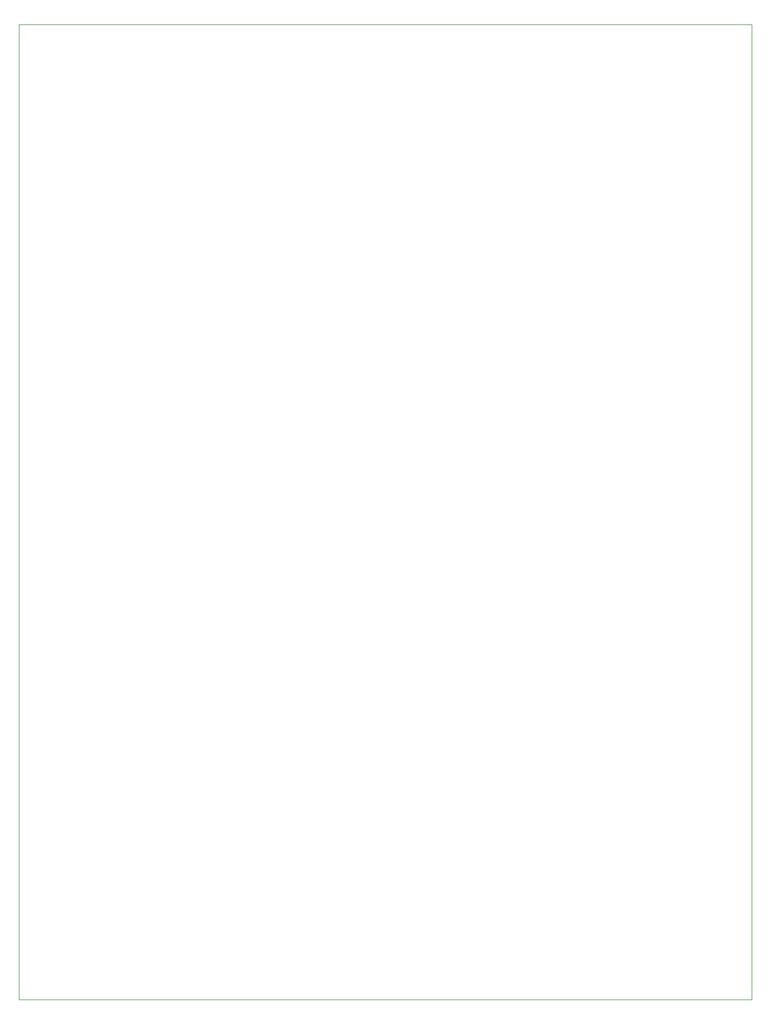
<source format=gbr>
%TF.GenerationSoftware,KiCad,Pcbnew,7.0.6*%
%TF.CreationDate,2023-07-20T19:54:13+05:30*%
%TF.ProjectId,trainer kit arduino proto,74726169-6e65-4722-906b-697420617264,rev?*%
%TF.SameCoordinates,Original*%
%TF.FileFunction,Profile,NP*%
%FSLAX46Y46*%
G04 Gerber Fmt 4.6, Leading zero omitted, Abs format (unit mm)*
G04 Created by KiCad (PCBNEW 7.0.6) date 2023-07-20 19:54:13*
%MOMM*%
%LPD*%
G01*
G04 APERTURE LIST*
%TA.AperFunction,Profile*%
%ADD10C,0.100000*%
%TD*%
G04 APERTURE END LIST*
D10*
X0Y0D02*
X111700000Y0D01*
X111700000Y-148550000D01*
X0Y-148550000D01*
X0Y0D01*
M02*

</source>
